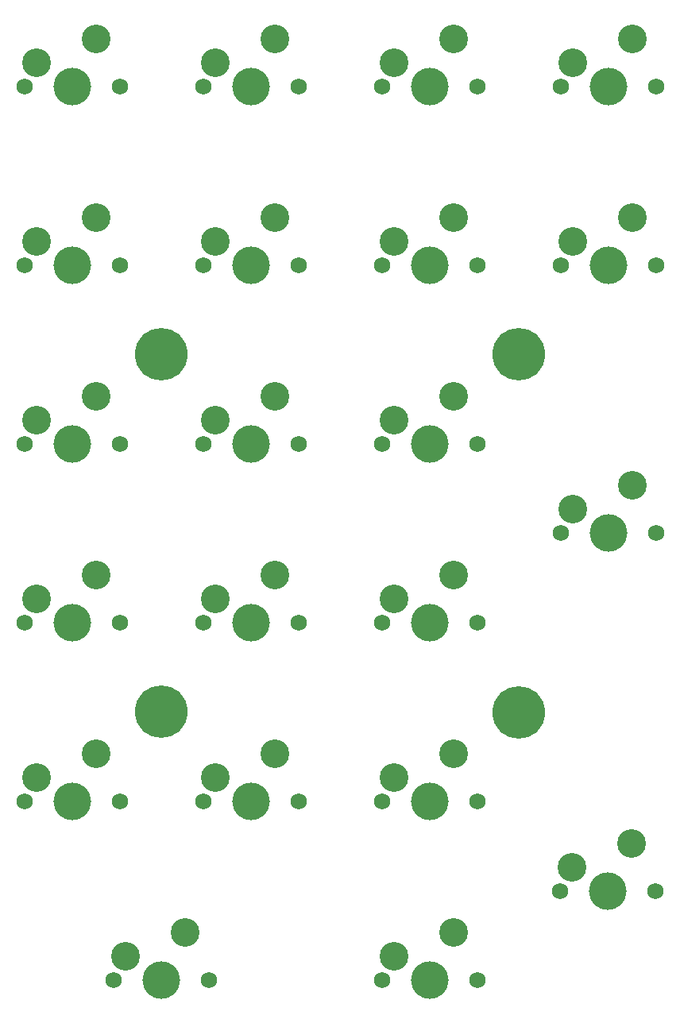
<source format=gbr>
%TF.GenerationSoftware,KiCad,Pcbnew,7.0.11*%
%TF.CreationDate,2025-01-24T11:41:37+01:00*%
%TF.ProjectId,Numpad1,4e756d70-6164-4312-9e6b-696361645f70,rev?*%
%TF.SameCoordinates,Original*%
%TF.FileFunction,Soldermask,Top*%
%TF.FilePolarity,Negative*%
%FSLAX46Y46*%
G04 Gerber Fmt 4.6, Leading zero omitted, Abs format (unit mm)*
G04 Created by KiCad (PCBNEW 7.0.11) date 2025-01-24 11:41:37*
%MOMM*%
%LPD*%
G01*
G04 APERTURE LIST*
%ADD10C,1.750000*%
%ADD11C,3.050000*%
%ADD12C,4.000000*%
%ADD13C,5.600000*%
G04 APERTURE END LIST*
D10*
%TO.C,SW18*%
X83382500Y-143487500D03*
D11*
X84652500Y-140947500D03*
D12*
X88462500Y-143487500D03*
D11*
X91002500Y-138407500D03*
D10*
X93542500Y-143487500D03*
%TD*%
%TO.C,SW15*%
X102437153Y-114901620D03*
D11*
X103707153Y-112361620D03*
D12*
X107517153Y-114901620D03*
D11*
X110057153Y-109821620D03*
D10*
X112597153Y-114901620D03*
%TD*%
D13*
%TO.C,H3*%
X59887500Y-133962500D03*
%TD*%
D10*
%TO.C,SW6*%
X64332500Y-86337500D03*
D11*
X65602500Y-83797500D03*
D12*
X69412500Y-86337500D03*
D11*
X71952500Y-81257500D03*
D10*
X74492500Y-86337500D03*
%TD*%
%TO.C,SW13*%
X64332500Y-124440000D03*
D11*
X65602500Y-121900000D03*
D12*
X69412500Y-124440000D03*
D11*
X71952500Y-119360000D03*
D10*
X74492500Y-124440000D03*
%TD*%
%TO.C,SW8*%
X102432500Y-86337500D03*
D11*
X103702500Y-83797500D03*
D12*
X107512500Y-86337500D03*
D11*
X110052500Y-81257500D03*
D10*
X112592500Y-86337500D03*
%TD*%
%TO.C,SW16*%
X45282500Y-143487500D03*
D11*
X46552500Y-140947500D03*
D12*
X50362500Y-143487500D03*
D11*
X52902500Y-138407500D03*
D10*
X55442500Y-143487500D03*
%TD*%
%TO.C,SW12*%
X45282500Y-124440000D03*
D11*
X46552500Y-121900000D03*
D12*
X50362500Y-124440000D03*
D11*
X52902500Y-119360000D03*
D10*
X55442500Y-124440000D03*
%TD*%
%TO.C,SW14*%
X83420000Y-124440000D03*
D11*
X84690000Y-121900000D03*
D12*
X88500000Y-124440000D03*
D11*
X91040000Y-119360000D03*
D10*
X93580000Y-124440000D03*
%TD*%
%TO.C,SW19*%
X54807500Y-162537500D03*
D11*
X56077500Y-159997500D03*
D12*
X59887500Y-162537500D03*
D11*
X62427500Y-157457500D03*
D10*
X64967500Y-162537500D03*
%TD*%
%TO.C,SW17*%
X64332500Y-143487500D03*
D11*
X65602500Y-140947500D03*
D12*
X69412500Y-143487500D03*
D11*
X71952500Y-138407500D03*
D10*
X74492500Y-143487500D03*
%TD*%
%TO.C,SW10*%
X64332500Y-105387500D03*
D11*
X65602500Y-102847500D03*
D12*
X69412500Y-105387500D03*
D11*
X71952500Y-100307500D03*
D10*
X74492500Y-105387500D03*
%TD*%
%TO.C,SW2*%
X64332500Y-67287500D03*
D11*
X65602500Y-64747500D03*
D12*
X69412500Y-67287500D03*
D11*
X71952500Y-62207500D03*
D10*
X74492500Y-67287500D03*
%TD*%
%TO.C,SW7*%
X83382500Y-86337500D03*
D11*
X84652500Y-83797500D03*
D12*
X88462500Y-86337500D03*
D11*
X91002500Y-81257500D03*
D10*
X93542500Y-86337500D03*
%TD*%
D13*
%TO.C,H2*%
X97987500Y-95862500D03*
%TD*%
%TO.C,H4*%
X97987500Y-133987900D03*
%TD*%
D10*
%TO.C,SW11*%
X83382500Y-105387500D03*
D11*
X84652500Y-102847500D03*
D12*
X88462500Y-105387500D03*
D11*
X91002500Y-100307500D03*
D10*
X93542500Y-105387500D03*
%TD*%
%TO.C,SW20*%
X83382500Y-162537500D03*
D11*
X84652500Y-159997500D03*
D12*
X88462500Y-162537500D03*
D11*
X91002500Y-157457500D03*
D10*
X93542500Y-162537500D03*
%TD*%
%TO.C,SW4*%
X102432500Y-67287500D03*
D11*
X103702500Y-64747500D03*
D12*
X107512500Y-67287500D03*
D11*
X110052500Y-62207500D03*
D10*
X112592500Y-67287500D03*
%TD*%
%TO.C,SW21*%
X102405000Y-153040000D03*
D11*
X103675000Y-150500000D03*
D12*
X107485000Y-153040000D03*
D11*
X110025000Y-147960000D03*
D10*
X112565000Y-153040000D03*
%TD*%
D13*
%TO.C,H1*%
X59887500Y-95862500D03*
%TD*%
D10*
%TO.C,SW5*%
X45282500Y-86337500D03*
D11*
X46552500Y-83797500D03*
D12*
X50362500Y-86337500D03*
D11*
X52902500Y-81257500D03*
D10*
X55442500Y-86337500D03*
%TD*%
%TO.C,SW9*%
X45282500Y-105387500D03*
D11*
X46552500Y-102847500D03*
D12*
X50362500Y-105387500D03*
D11*
X52902500Y-100307500D03*
D10*
X55442500Y-105387500D03*
%TD*%
%TO.C,SW1*%
X45282500Y-67287500D03*
D11*
X46552500Y-64747500D03*
D12*
X50362500Y-67287500D03*
D11*
X52902500Y-62207500D03*
D10*
X55442500Y-67287500D03*
%TD*%
%TO.C,SW3*%
X83382500Y-67287500D03*
D11*
X84652500Y-64747500D03*
D12*
X88462500Y-67287500D03*
D11*
X91002500Y-62207500D03*
D10*
X93542500Y-67287500D03*
%TD*%
M02*

</source>
